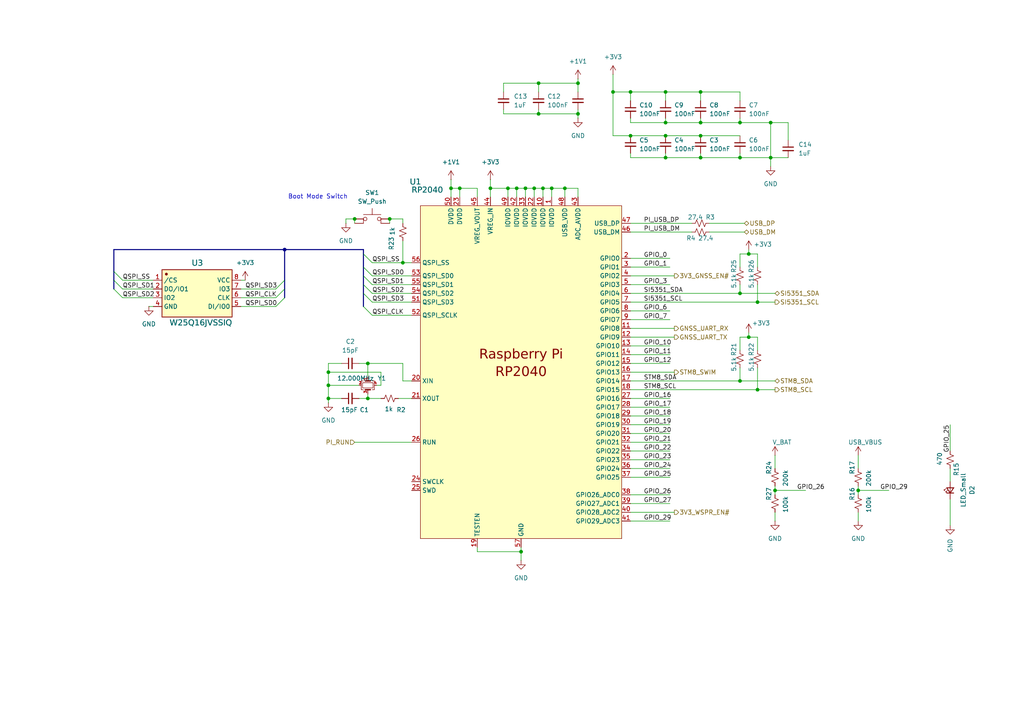
<source format=kicad_sch>
(kicad_sch (version 20250114) (generator "eeschema") (generator_version "9.0")
  (paper "A4")
  (lib_symbols
    (symbol "Device:C_Small" (pin_numbers (hide yes)) (pin_names (offset 0.254) (hide yes))
      (property "Reference" "C" (at 0.254 1.778 0))
      (property "Value" "C_Small" (at 0.254 -2.032 0))
      (symbol "C_Small_0_1"
        (polyline (pts (xy -1.524 0.508) (xy 1.524 0.508)) (stroke (width 0.3048)))
        (polyline (pts (xy -1.524 -0.508) (xy 1.524 -0.508)) (stroke (width 0.3302)))
      )
      (symbol "C_Small_1_1"
        (pin passive line (at 0 2.54 270) (length 2.032) (name "~") (number "1"))
        (pin passive line (at 0 -2.54 90) (length 2.032) (name "~") (number "2"))
      )
    )
    (symbol "Device:Crystal_GND24_Small" (pin_names (offset 1.016) (hide yes))
      (property "Reference" "Y" (at 1.27 4.445 0))
      (property "Value" "Crystal_GND24_Small" (at 1.27 2.54 0))
      (symbol "Crystal_GND24_Small_0_1"
        (polyline (pts (xy -1.27 1.27) (xy -1.27 1.905) (xy 1.27 1.905) (xy 1.27 1.27)))
        (polyline (pts (xy -1.27 -0.762) (xy -1.27 0.762)) (stroke (width 0.381)))
        (polyline (pts (xy -1.27 -1.27) (xy -1.27 -1.905) (xy 1.27 -1.905) (xy 1.27 -1.27)))
        (rectangle (start -0.762 -1.524) (end 0.762 1.524))
        (polyline (pts (xy 1.27 -0.762) (xy 1.27 0.762)) (stroke (width 0.381)))
      )
      (symbol "Crystal_GND24_Small_1_1"
        (pin passive line (at -2.54 0 0) (length 1.27) (name "1") (number "1"))
        (pin passive line (at 0 2.54 270) (length 0.635) (name "4") (number "4"))
        (pin passive line (at 0 -2.54 90) (length 0.635) (name "2") (number "2"))
        (pin passive line (at 2.54 0 180) (length 1.27) (name "3") (number "3"))
      )
    )
    (symbol "Device:LED_Small" (pin_numbers (hide yes)) (pin_names (offset 0.254) (hide yes))
      (property "Reference" "D" (at -1.27 3.175 0))
      (property "Value" "LED_Small" (at -4.445 -2.54 0))
      (symbol "LED_Small_0_1"
        (polyline (pts (xy -0.762 -1.016) (xy -0.762 1.016)) (stroke (width 0.254)))
        (polyline (pts (xy 0 0.762) (xy -0.508 1.27) (xy -0.254 1.27) (xy -0.508 1.27) (xy -0.508 1.016)))
        (polyline (pts (xy 0.508 1.27) (xy 0 1.778) (xy 0.254 1.778) (xy 0 1.778) (xy 0 1.524)))
        (polyline (pts (xy 0.762 -1.016) (xy -0.762 0) (xy 0.762 1.016) (xy 0.762 -1.016)) (stroke (width 0.254)))
        (polyline (pts (xy 1.016 0) (xy -0.762 0)))
      )
      (symbol "LED_Small_1_1"
        (pin passive line (at -2.54 0 0) (length 1.778) (name "K") (number "1"))
        (pin passive line (at 2.54 0 180) (length 1.778) (name "A") (number "2"))
      )
    )
    (symbol "Device:R_Small_US" (pin_numbers (hide yes)) (pin_names (offset 0.254) (hide yes))
      (property "Reference" "R" (at 0.762 0.508 0))
      (property "Value" "R_Small_US" (at 0.762 -1.016 0))
      (symbol "R_Small_US_1_1"
        (polyline (pts (xy 0 1.524) (xy 1.016 1.143) (xy 0 0.762) (xy -1.016 0.381) (xy 0 0)))
        (polyline (pts (xy 0 0) (xy 1.016 -0.381) (xy 0 -0.762) (xy -1.016 -1.143) (xy 0 -1.524)))
        (pin passive line (at 0 2.54 270) (length 1.016) (name "~") (number "1"))
        (pin passive line (at 0 -2.54 90) (length 1.016) (name "~") (number "2"))
      )
    )
    (symbol "RP2040"
      (property "Reference" "U1" (at -32.258 58.5851 0))
      (property "Value" "RP2040" (at -32.258 56.2991 0))
      (symbol "RP2040_0_0"
        (text "Raspberry Pi" (at 0 9.2849 0) (effects (font (size 2.7749 2.7749)) (justify top)))
        (text "RP2040" (at 0 4.2049 0) (effects (font (size 2.7749 2.7749)) (justify top)))
        (pin bidirectional line (at -31.75 34.29 0) (length 2.54) (name "QSPI_SS") (number "56"))
        (pin bidirectional line (at -31.75 30.48 0) (length 2.54) (name "QSPI_SD0") (number "53"))
        (pin bidirectional line (at -31.75 27.94 0) (length 2.54) (name "QSPI_SD1") (number "55"))
        (pin bidirectional line (at -31.75 25.4 0) (length 2.54) (name "QSPI_SD2") (number "54"))
        (pin bidirectional line (at -31.75 22.86 0) (length 2.54) (name "QSPI_SD3") (number "51"))
        (pin output line (at -31.75 19.05 0) (length 2.54) (name "QSPI_SCLK") (number "52"))
        (pin input line (at -31.75 0 0) (length 2.54) (name "XIN") (number "20"))
        (pin unspecified line (at -31.75 -5.08 0) (length 2.54) (name "XOUT") (number "21"))
        (pin input line (at -31.75 -17.78 0) (length 2.54) (name "RUN") (number "26"))
        (pin output line (at -31.75 -29.21 0) (length 2.54) (name "SWCLK") (number "24"))
        (pin bidirectional line (at -31.75 -31.75 0) (length 2.54) (name "SWD") (number "25"))
        (pin bidirectional line (at -20.32 53.34 270) (length 2.54) (name "DVDD") (number "50"))
        (pin bidirectional line (at -17.78 53.34 270) (length 2.54) (name "DVDD") (number "23"))
        (pin bidirectional line (at -12.7 53.34 270) (length 2.54) (name "VREG_VOUT") (number "45"))
        (pin unspecified line (at -12.7 -48.26 90) (length 2.54) (name "TESTEN") (number "19"))
        (pin bidirectional line (at -8.89 53.34 270) (length 2.54) (name "VREG_IN") (number "44"))
        (pin bidirectional line (at -3.81 53.34 270) (length 2.54) (name "IOVDD") (number "49"))
        (pin bidirectional line (at -1.27 53.34 270) (length 2.54) (name "IOVDD") (number "42"))
        (pin bidirectional line (at 0 -48.26 90) (length 2.54) (name "GND") (number "57"))
        (pin bidirectional line (at 1.27 53.34 270) (length 2.54) (name "IOVDD") (number "33"))
        (pin bidirectional line (at 3.81 53.34 270) (length 2.54) (name "IOVDD") (number "22"))
        (pin bidirectional line (at 6.35 53.34 270) (length 2.54) (name "IOVDD") (number "10"))
        (pin bidirectional line (at 8.89 53.34 270) (length 2.54) (name "IOVDD") (number "1"))
        (pin bidirectional line (at 12.7 53.34 270) (length 2.54) (name "USB_VDD") (number "48"))
        (pin bidirectional line (at 16.51 53.34 270) (length 2.54) (name "ADC_AVDD") (number "43"))
        (pin bidirectional line (at 31.75 45.72 180) (length 2.54) (name "USB_DP") (number "47"))
        (pin bidirectional line (at 31.75 43.18 180) (length 2.54) (name "USB_DM") (number "46"))
        (pin bidirectional line (at 31.75 35.56 180) (length 2.54) (name "GPIO0") (number "2"))
        (pin bidirectional line (at 31.75 33.02 180) (length 2.54) (name "GPIO1") (number "3"))
        (pin bidirectional line (at 31.75 30.48 180) (length 2.54) (name "GPIO2") (number "4"))
        (pin bidirectional line (at 31.75 27.94 180) (length 2.54) (name "GPIO3") (number "5"))
        (pin bidirectional line (at 31.75 25.4 180) (length 2.54) (name "GPIO4") (number "6"))
        (pin bidirectional line (at 31.75 22.86 180) (length 2.54) (name "GPIO5") (number "7"))
        (pin bidirectional line (at 31.75 20.32 180) (length 2.54) (name "GPIO6") (number "8"))
        (pin bidirectional line (at 31.75 17.78 180) (length 2.54) (name "GPIO7") (number "9"))
        (pin bidirectional line (at 31.75 15.24 180) (length 2.54) (name "GPIO8") (number "11"))
        (pin bidirectional line (at 31.75 12.7 180) (length 2.54) (name "GPIO9") (number "12"))
        (pin bidirectional line (at 31.75 10.16 180) (length 2.54) (name "GPIO10") (number "13"))
        (pin bidirectional line (at 31.75 7.62 180) (length 2.54) (name "GPIO11") (number "14"))
        (pin bidirectional line (at 31.75 5.08 180) (length 2.54) (name "GPIO12") (number "15"))
        (pin bidirectional line (at 31.75 2.54 180) (length 2.54) (name "GPIO13") (number "16"))
        (pin bidirectional line (at 31.75 0 180) (length 2.54) (name "GPIO14") (number "17"))
        (pin bidirectional line (at 31.75 -2.54 180) (length 2.54) (name "GPIO15") (number "18"))
        (pin bidirectional line (at 31.75 -5.08 180) (length 2.54) (name "GPIO16") (number "27"))
        (pin bidirectional line (at 31.75 -7.62 180) (length 2.54) (name "GPIO17") (number "28"))
        (pin bidirectional line (at 31.75 -10.16 180) (length 2.54) (name "GPIO18") (number "29"))
        (pin bidirectional line (at 31.75 -12.7 180) (length 2.54) (name "GPIO19") (number "30"))
        (pin bidirectional line (at 31.75 -15.24 180) (length 2.54) (name "GPIO20") (number "31"))
        (pin bidirectional line (at 31.75 -17.78 180) (length 2.54) (name "GPIO21") (number "32"))
        (pin bidirectional line (at 31.75 -20.32 180) (length 2.54) (name "GPIO22") (number "34"))
        (pin bidirectional line (at 31.75 -22.86 180) (length 2.54) (name "GPIO23") (number "35"))
        (pin bidirectional line (at 31.75 -25.4 180) (length 2.54) (name "GPIO24") (number "36"))
        (pin bidirectional line (at 31.75 -27.94 180) (length 2.54) (name "GPIO25") (number "37"))
        (pin bidirectional line (at 31.75 -33.02 180) (length 2.54) (name "GPIO26_ADC0") (number "38"))
        (pin bidirectional line (at 31.75 -35.56 180) (length 2.54) (name "GPIO27_ADC1") (number "39"))
        (pin bidirectional line (at 31.75 -38.1 180) (length 2.54) (name "GPIO28_ADC2") (number "40"))
        (pin bidirectional line (at 31.75 -40.64 180) (length 2.54) (name "GPIO29_ADC3") (number "41"))
      )
      (symbol "RP2040_1_1"
        (rectangle (start -29.21 50.8) (end 29.21 -45.72) (fill (type background)))
      )
    )
    (symbol "Switch:SW_Push" (pin_numbers (hide yes)) (pin_names (offset 1.016) (hide yes))
      (property "Reference" "SW1" (at 0 7.62 0))
      (property "Value" "SW_Push" (at 0 5.08 0))
      (symbol "SW_Push_0_1"
        (polyline (pts (xy -2.54 -1.27) (xy -2.54 0)))
        (circle (center -2.032 0) (radius 0.508))
        (polyline (pts (xy 0 1.27) (xy 0 3.048)))
        (circle (center 2.032 0) (radius 0.508))
        (polyline (pts (xy 2.54 1.27) (xy -2.54 1.27)))
        (polyline (pts (xy 2.54 -1.27) (xy 2.54 0)))
        (pin passive line (at -5.08 0 0) (length 2.54) (name "1") (number "1"))
        (pin passive line (at -5.08 -1.27 0) (length 2.54) (name "2") (number ""))
        (pin passive line (at 5.08 0 180) (length 2.54) (name "3") (number "3"))
        (pin passive line (at 5.08 -1.27 180) (length 2.54) (name "4") (number "4"))
      )
    )
    (symbol "W25Q16JVSSIQ"
      (property "Reference" "U3" (at -1.524 9.652 0))
      (property "Value" "W25Q16JVSSIQ" (at -8.382 -7.62 0))
      (symbol "W25Q16JVSSIQ_0_0"
        (circle (center -8.89 5.588) (radius 0.254) (stroke (width 0.254)) (fill (type outline)))
        (circle (center -8.89 5.588) (radius 0.254) (stroke (width 0.254)) (fill (type outline)))
        (pin unspecified line (at -12.7 3.81 0) (length 2.54) (name "/CS") (number "1"))
        (pin unspecified line (at -12.7 1.27 0) (length 2.54) (name "DO/IO1") (number "2"))
        (pin unspecified line (at -12.7 -1.27 0) (length 2.54) (name "IO2") (number "3"))
        (pin unspecified line (at -12.7 -3.81 0) (length 2.54) (name "GND") (number "4"))
        (pin unspecified line (at 12.7 3.81 180) (length 2.54) (name "VCC") (number "8"))
        (pin unspecified line (at 12.7 1.27 180) (length 2.54) (name "IO3") (number "7"))
        (pin unspecified line (at 12.7 -1.27 180) (length 2.54) (name "CLK") (number "6"))
        (pin unspecified line (at 12.7 -3.81 180) (length 2.54) (name "DI/IO0") (number "5"))
      )
      (symbol "W25Q16JVSSIQ_1_0"
        (rectangle (start -10.16 6.858) (end 10.16 -6.858) (stroke (width 0.254)) (fill (type background)))
      )
    )
    (symbol "power:+1V1" (power) (pin_numbers (hide yes)) (pin_names (offset 0) (hide yes))
      (property "Value" "+1V1" (at 0 3.556 0))
      (symbol "+1V1_0_1"
        (polyline (pts (xy -0.762 1.27) (xy 0 2.54)))
        (polyline (pts (xy 0 2.54) (xy 0.762 1.27)))
        (polyline (pts (xy 0 0) (xy 0 2.54)))
      )
      (symbol "+1V1_1_1"
        (pin power_in line (at 0 0 90) (length 0) (name "~") (number "1"))
      )
    )
    (symbol "power:+3.3V" (power) (pin_numbers (hide yes)) (pin_names (offset 0) (hide yes))
      (property "Value" "+3.3V" (at 0 3.556 0))
      (symbol "+3.3V_0_1"
        (polyline (pts (xy -0.762 1.27) (xy 0 2.54)))
        (polyline (pts (xy 0 2.54) (xy 0.762 1.27)))
        (polyline (pts (xy 0 0) (xy 0 2.54)))
      )
      (symbol "+3.3V_1_1"
        (pin power_in line (at 0 0 90) (length 0) (name "~") (number "1"))
      )
    )
    (symbol "power:GND" (power) (pin_numbers (hide yes)) (pin_names (offset 0) (hide yes))
      (property "Value" "GND" (at 0 -3.81 0))
      (symbol "GND_0_1"
        (polyline (pts (xy 0 0) (xy 0 -1.27) (xy 1.27 -1.27) (xy 0 -2.54) (xy -1.27 -1.27) (xy 0 -1.27)))
      )
      (symbol "GND_1_1"
        (pin power_in line (at 0 0 270) (length 0) (name "~") (number "1"))
      )
    )
  )
  (text "Boot Mode Switch" (at 92.202 57.15 0) (effects (font (size 1.27 1.27))))
  (junction (at 214.63 45.72))
  (junction (at 219.71 113.03))
  (junction (at 203.2 26.67))
  (junction (at 154.94 54.61))
  (junction (at 203.2 39.37))
  (junction (at 151.13 160.02))
  (junction (at 167.64 33.02))
  (junction (at 203.2 45.72))
  (junction (at 217.17 73.66))
  (junction (at 224.79 142.24))
  (junction (at 193.04 35.56))
  (junction (at 102.87 63.5))
  (junction (at 182.88 39.37))
  (junction (at 193.04 26.67))
  (junction (at 193.04 39.37))
  (junction (at 177.8 26.67))
  (junction (at 156.21 24.13))
  (junction (at 157.48 54.61))
  (junction (at 193.04 45.72))
  (junction (at 217.17 97.79))
  (junction (at 106.68 115.57))
  (junction (at 214.63 110.49))
  (junction (at 219.71 87.63))
  (junction (at 133.35 54.61))
  (junction (at 95.25 107.95))
  (junction (at 182.88 26.67))
  (junction (at 142.24 54.61))
  (junction (at 203.2 35.56))
  (junction (at 149.86 54.61))
  (junction (at 214.63 85.09))
  (junction (at 152.4 54.61))
  (junction (at 95.25 111.76))
  (junction (at 113.03 63.5))
  (junction (at 163.83 54.61))
  (junction (at 106.68 105.41))
  (junction (at 223.52 45.72))
  (junction (at 248.92 142.24))
  (junction (at 116.84 76.2))
  (junction (at 160.02 54.61))
  (junction (at 223.52 35.56))
  (junction (at 167.64 24.13))
  (junction (at 147.32 54.61))
  (junction (at 156.21 33.02))
  (junction (at 130.81 54.61))
  (junction (at 214.63 35.56))
  (junction (at 95.25 115.57))
  (junction (at 82.55 72.39))
  (bus_entry (at 80.01 86.36) (size 2.54 -2.54))
  (bus_entry (at 105.41 88.9) (size 2.54 2.54))
  (bus_entry (at 105.41 77.47) (size 2.54 2.54))
  (bus_entry (at 80.01 83.82) (size 2.54 -2.54))
  (bus_entry (at 105.41 73.66) (size 2.54 2.54))
  (bus_entry (at 35.56 81.28) (size -2.54 -2.54))
  (bus_entry (at 35.56 86.36) (size -2.54 -2.54))
  (bus_entry (at 105.41 85.09) (size 2.54 2.54))
  (bus_entry (at 35.56 83.82) (size -2.54 -2.54))
  (bus_entry (at 105.41 82.55) (size 2.54 2.54))
  (bus_entry (at 105.41 80.01) (size 2.54 2.54))
  (bus_entry (at 80.01 88.9) (size 2.54 -2.54))
  (wire (pts (xy 214.63 85.09) (xy 214.63 82.55)))
  (wire (pts (xy 95.25 115.57) (xy 95.25 116.84)))
  (wire (pts (xy 138.43 54.61) (xy 133.35 54.61)))
  (wire (pts (xy 167.64 24.13) (xy 167.64 26.67)))
  (wire (pts (xy 106.68 109.22) (xy 106.68 105.41)))
  (wire (pts (xy 182.88 95.25) (xy 195.58 95.25)))
  (wire (pts (xy 116.84 69.85) (xy 116.84 76.2)))
  (wire (pts (xy 146.05 26.67) (xy 146.05 24.13)))
  (wire (pts (xy 219.71 106.68) (xy 219.71 113.03)))
  (wire (pts (xy 100.33 63.5) (xy 102.87 63.5)))
  (wire (pts (xy 182.88 77.47) (xy 194.31 77.47)))
  (wire (pts (xy 182.88 110.49) (xy 214.63 110.49)))
  (wire (pts (xy 203.2 26.67) (xy 203.2 29.21)))
  (wire (pts (xy 44.45 88.9) (xy 43.18 88.9)))
  (wire (pts (xy 182.88 87.63) (xy 219.71 87.63)))
  (bus (pts (xy 105.41 73.66) (xy 105.41 72.39)))
  (wire (pts (xy 116.84 76.2) (xy 119.38 76.2)))
  (wire (pts (xy 152.4 54.61) (xy 152.4 57.15)))
  (wire (pts (xy 133.35 54.61) (xy 133.35 57.15)))
  (wire (pts (xy 193.04 35.56) (xy 193.04 34.29)))
  (wire (pts (xy 95.25 105.41) (xy 99.06 105.41)))
  (wire (pts (xy 116.84 63.5) (xy 116.84 64.77)))
  (wire (pts (xy 223.52 45.72) (xy 223.52 35.56)))
  (wire (pts (xy 182.88 128.27) (xy 194.31 128.27)))
  (wire (pts (xy 107.95 82.55) (xy 119.38 82.55)))
  (wire (pts (xy 138.43 158.75) (xy 138.43 160.02)))
  (wire (pts (xy 182.88 67.31) (xy 200.66 67.31)))
  (bus (pts (xy 105.41 85.09) (xy 105.41 82.55)))
  (wire (pts (xy 182.88 39.37) (xy 177.8 39.37)))
  (wire (pts (xy 147.32 54.61) (xy 149.86 54.61)))
  (wire (pts (xy 214.63 77.47) (xy 214.63 73.66)))
  (wire (pts (xy 109.22 111.76) (xy 110.49 111.76)))
  (wire (pts (xy 142.24 57.15) (xy 142.24 54.61)))
  (wire (pts (xy 156.21 33.02) (xy 156.21 31.75)))
  (wire (pts (xy 203.2 26.67) (xy 214.63 26.67)))
  (wire (pts (xy 35.56 81.28) (xy 44.45 81.28)))
  (wire (pts (xy 116.84 105.41) (xy 116.84 110.49)))
  (wire (pts (xy 182.88 80.01) (xy 195.58 80.01)))
  (wire (pts (xy 214.63 97.79) (xy 217.17 97.79)))
  (bus (pts (xy 105.41 88.9) (xy 105.41 85.09)))
  (wire (pts (xy 154.94 54.61) (xy 157.48 54.61)))
  (wire (pts (xy 182.88 39.37) (xy 193.04 39.37)))
  (bus (pts (xy 82.55 72.39) (xy 82.55 81.28)))
  (wire (pts (xy 182.88 133.35) (xy 194.31 133.35)))
  (wire (pts (xy 156.21 24.13) (xy 167.64 24.13)))
  (wire (pts (xy 116.84 110.49) (xy 119.38 110.49)))
  (wire (pts (xy 182.88 143.51) (xy 194.31 143.51)))
  (wire (pts (xy 152.4 54.61) (xy 154.94 54.61)))
  (wire (pts (xy 107.95 85.09) (xy 119.38 85.09)))
  (wire (pts (xy 95.25 105.41) (xy 95.25 107.95)))
  (wire (pts (xy 157.48 54.61) (xy 157.48 57.15)))
  (wire (pts (xy 203.2 45.72) (xy 203.2 44.45)))
  (wire (pts (xy 193.04 45.72) (xy 193.04 44.45)))
  (wire (pts (xy 182.88 92.71) (xy 194.31 92.71)))
  (wire (pts (xy 224.79 148.59) (xy 224.79 151.13)))
  (wire (pts (xy 217.17 97.79) (xy 219.71 97.79)))
  (wire (pts (xy 217.17 73.66) (xy 219.71 73.66)))
  (bus (pts (xy 82.55 81.28) (xy 82.55 83.82)))
  (wire (pts (xy 100.33 64.77) (xy 100.33 63.5)))
  (bus (pts (xy 105.41 80.01) (xy 105.41 77.47)))
  (wire (pts (xy 102.87 63.5) (xy 102.87 64.77)))
  (bus (pts (xy 33.02 72.39) (xy 82.55 72.39)))
  (wire (pts (xy 104.14 105.41) (xy 106.68 105.41)))
  (wire (pts (xy 203.2 45.72) (xy 214.63 45.72)))
  (wire (pts (xy 193.04 26.67) (xy 203.2 26.67)))
  (wire (pts (xy 205.74 64.77) (xy 215.9 64.77)))
  (wire (pts (xy 203.2 35.56) (xy 214.63 35.56)))
  (wire (pts (xy 214.63 110.49) (xy 214.63 106.68)))
  (wire (pts (xy 156.21 33.02) (xy 167.64 33.02)))
  (wire (pts (xy 182.88 107.95) (xy 195.58 107.95)))
  (wire (pts (xy 219.71 73.66) (xy 219.71 77.47)))
  (wire (pts (xy 214.63 73.66) (xy 217.17 73.66)))
  (wire (pts (xy 205.74 67.31) (xy 215.9 67.31)))
  (wire (pts (xy 182.88 130.81) (xy 194.31 130.81)))
  (wire (pts (xy 95.25 111.76) (xy 104.14 111.76)))
  (wire (pts (xy 167.64 33.02) (xy 167.64 34.29)))
  (wire (pts (xy 163.83 54.61) (xy 163.83 57.15)))
  (wire (pts (xy 138.43 160.02) (xy 151.13 160.02)))
  (wire (pts (xy 219.71 87.63) (xy 219.71 82.55)))
  (wire (pts (xy 214.63 101.6) (xy 214.63 97.79)))
  (wire (pts (xy 182.88 85.09) (xy 214.63 85.09)))
  (wire (pts (xy 214.63 45.72) (xy 214.63 44.45)))
  (wire (pts (xy 219.71 87.63) (xy 224.79 87.63)))
  (wire (pts (xy 163.83 54.61) (xy 167.64 54.61)))
  (wire (pts (xy 160.02 54.61) (xy 163.83 54.61)))
  (wire (pts (xy 69.85 83.82) (xy 80.01 83.82)))
  (wire (pts (xy 193.04 35.56) (xy 203.2 35.56)))
  (wire (pts (xy 110.49 115.57) (xy 106.68 115.57)))
  (wire (pts (xy 35.56 83.82) (xy 44.45 83.82)))
  (wire (pts (xy 182.88 64.77) (xy 200.66 64.77)))
  (wire (pts (xy 182.88 34.29) (xy 182.88 35.56)))
  (wire (pts (xy 224.79 142.24) (xy 233.68 142.24)))
  (wire (pts (xy 102.87 128.27) (xy 119.38 128.27)))
  (wire (pts (xy 275.59 144.78) (xy 275.59 152.4)))
  (wire (pts (xy 146.05 31.75) (xy 146.05 33.02)))
  (wire (pts (xy 214.63 26.67) (xy 214.63 29.21)))
  (wire (pts (xy 69.85 81.28) (xy 71.12 81.28)))
  (wire (pts (xy 182.88 138.43) (xy 194.31 138.43)))
  (wire (pts (xy 167.64 22.86) (xy 167.64 24.13)))
  (wire (pts (xy 203.2 39.37) (xy 214.63 39.37)))
  (wire (pts (xy 182.88 100.33) (xy 194.31 100.33)))
  (wire (pts (xy 248.92 140.97) (xy 248.92 142.24)))
  (wire (pts (xy 182.88 74.93) (xy 194.31 74.93)))
  (wire (pts (xy 219.71 113.03) (xy 224.79 113.03)))
  (wire (pts (xy 160.02 54.61) (xy 157.48 54.61)))
  (wire (pts (xy 177.8 39.37) (xy 177.8 26.67)))
  (wire (pts (xy 193.04 39.37) (xy 203.2 39.37)))
  (wire (pts (xy 130.81 52.07) (xy 130.81 54.61)))
  (bus (pts (xy 33.02 81.28) (xy 33.02 83.82)))
  (wire (pts (xy 224.79 140.97) (xy 224.79 142.24)))
  (wire (pts (xy 99.06 115.57) (xy 95.25 115.57)))
  (wire (pts (xy 138.43 57.15) (xy 138.43 54.61)))
  (wire (pts (xy 106.68 105.41) (xy 116.84 105.41)))
  (wire (pts (xy 69.85 88.9) (xy 80.01 88.9)))
  (wire (pts (xy 104.14 115.57) (xy 106.68 115.57)))
  (wire (pts (xy 151.13 160.02) (xy 151.13 162.56)))
  (bus (pts (xy 33.02 72.39) (xy 33.02 78.74)))
  (wire (pts (xy 130.81 57.15) (xy 130.81 54.61)))
  (bus (pts (xy 105.41 82.55) (xy 105.41 80.01)))
  (wire (pts (xy 182.88 44.45) (xy 182.88 45.72)))
  (wire (pts (xy 224.79 142.24) (xy 224.79 143.51)))
  (wire (pts (xy 35.56 86.36) (xy 44.45 86.36)))
  (wire (pts (xy 146.05 33.02) (xy 156.21 33.02)))
  (wire (pts (xy 275.59 135.89) (xy 275.59 139.7)))
  (wire (pts (xy 149.86 54.61) (xy 152.4 54.61)))
  (wire (pts (xy 107.95 80.01) (xy 119.38 80.01)))
  (wire (pts (xy 182.88 120.65) (xy 194.31 120.65)))
  (wire (pts (xy 224.79 132.08) (xy 224.79 135.89)))
  (wire (pts (xy 182.88 26.67) (xy 182.88 29.21)))
  (wire (pts (xy 214.63 110.49) (xy 224.79 110.49)))
  (wire (pts (xy 203.2 35.56) (xy 203.2 34.29)))
  (wire (pts (xy 110.49 107.95) (xy 95.25 107.95)))
  (wire (pts (xy 69.85 86.36) (xy 80.01 86.36)))
  (wire (pts (xy 182.88 146.05) (xy 194.31 146.05)))
  (wire (pts (xy 106.68 115.57) (xy 106.68 114.3)))
  (wire (pts (xy 182.88 26.67) (xy 193.04 26.67)))
  (wire (pts (xy 275.59 123.19) (xy 275.59 130.81)))
  (wire (pts (xy 182.88 118.11) (xy 194.31 118.11)))
  (wire (pts (xy 223.52 45.72) (xy 228.6 45.72)))
  (wire (pts (xy 182.88 90.17) (xy 194.31 90.17)))
  (wire (pts (xy 142.24 54.61) (xy 147.32 54.61)))
  (wire (pts (xy 154.94 54.61) (xy 154.94 57.15)))
  (wire (pts (xy 113.03 63.5) (xy 113.03 64.77)))
  (wire (pts (xy 113.03 63.5) (xy 116.84 63.5)))
  (wire (pts (xy 182.88 115.57) (xy 194.31 115.57)))
  (bus (pts (xy 33.02 78.74) (xy 33.02 81.28)))
  (wire (pts (xy 182.88 151.13) (xy 194.31 151.13)))
  (wire (pts (xy 193.04 26.67) (xy 193.04 29.21)))
  (wire (pts (xy 146.05 24.13) (xy 156.21 24.13)))
  (wire (pts (xy 219.71 97.79) (xy 219.71 101.6)))
  (wire (pts (xy 182.88 148.59) (xy 195.58 148.59)))
  (wire (pts (xy 107.95 91.44) (xy 119.38 91.44)))
  (wire (pts (xy 182.88 105.41) (xy 194.31 105.41)))
  (wire (pts (xy 182.88 45.72) (xy 193.04 45.72)))
  (wire (pts (xy 182.88 102.87) (xy 194.31 102.87)))
  (wire (pts (xy 107.95 76.2) (xy 116.84 76.2)))
  (wire (pts (xy 248.92 148.59) (xy 248.92 151.13)))
  (wire (pts (xy 142.24 52.07) (xy 142.24 54.61)))
  (wire (pts (xy 223.52 35.56) (xy 214.63 35.56)))
  (wire (pts (xy 167.64 54.61) (xy 167.64 57.15)))
  (wire (pts (xy 248.92 132.08) (xy 248.92 135.89)))
  (wire (pts (xy 147.32 57.15) (xy 147.32 54.61)))
  (wire (pts (xy 167.64 33.02) (xy 167.64 31.75)))
  (wire (pts (xy 182.88 125.73) (xy 194.31 125.73)))
  (wire (pts (xy 160.02 57.15) (xy 160.02 54.61)))
  (bus (pts (xy 82.55 83.82) (xy 82.55 86.36)))
  (wire (pts (xy 95.25 107.95) (xy 95.25 111.76)))
  (wire (pts (xy 193.04 45.72) (xy 203.2 45.72)))
  (wire (pts (xy 182.88 35.56) (xy 193.04 35.56)))
  (wire (pts (xy 217.17 72.39) (xy 217.17 73.66)))
  (wire (pts (xy 248.92 142.24) (xy 248.92 143.51)))
  (wire (pts (xy 228.6 35.56) (xy 223.52 35.56)))
  (wire (pts (xy 182.88 82.55) (xy 194.31 82.55)))
  (wire (pts (xy 156.21 26.67) (xy 156.21 24.13)))
  (bus (pts (xy 105.41 77.47) (xy 105.41 73.66)))
  (wire (pts (xy 182.88 123.19) (xy 194.31 123.19)))
  (wire (pts (xy 248.92 142.24) (xy 257.81 142.24)))
  (wire (pts (xy 151.13 158.75) (xy 151.13 160.02)))
  (wire (pts (xy 182.88 97.79) (xy 195.58 97.79)))
  (wire (pts (xy 177.8 21.59) (xy 177.8 26.67)))
  (wire (pts (xy 107.95 87.63) (xy 119.38 87.63)))
  (wire (pts (xy 177.8 26.67) (xy 182.88 26.67)))
  (wire (pts (xy 217.17 96.52) (xy 217.17 97.79)))
  (wire (pts (xy 223.52 45.72) (xy 223.52 48.26)))
  (wire (pts (xy 115.57 115.57) (xy 119.38 115.57)))
  (wire (pts (xy 214.63 85.09) (xy 224.79 85.09)))
  (wire (pts (xy 214.63 35.56) (xy 214.63 34.29)))
  (wire (pts (xy 214.63 45.72) (xy 223.52 45.72)))
  (wire (pts (xy 149.86 54.61) (xy 149.86 57.15)))
  (wire (pts (xy 182.88 113.03) (xy 219.71 113.03)))
  (wire (pts (xy 228.6 40.64) (xy 228.6 35.56)))
  (wire (pts (xy 110.49 111.76) (xy 110.49 107.95)))
  (wire (pts (xy 182.88 135.89) (xy 194.31 135.89)))
  (wire (pts (xy 95.25 115.57) (xy 95.25 111.76)))
  (wire (pts (xy 130.81 54.61) (xy 133.35 54.61)))
  (bus (pts (xy 82.55 72.39) (xy 105.41 72.39)))
  (label "GPIO_12" (at 186.69 105.41 0))
  (label "QSPI_SD1" (at 107.95 82.55 0))
  (label "QSPI_SD0" (at 71.12 88.9 0))
  (label "GPIO_26" (at 186.69 143.51 0))
  (label "GPIO_7" (at 186.69 92.71 0))
  (label "PI_USB_DM" (at 186.69 67.31 0))
  (label "STM8_SDA" (at 186.69 110.49 0))
  (label "GPIO_23" (at 186.69 133.35 0))
  (label "QSPI_SS" (at 107.95 76.2 0))
  (label "STM8_SCL" (at 186.69 113.03 0))
  (label "QSPI_SD3" (at 107.95 87.63 0))
  (label "GPIO_20" (at 186.69 125.73 0))
  (label "GPIO_25" (at 275.59 123.19 270))
  (label "GPIO_24" (at 186.69 135.89 0))
  (label "GPIO_22" (at 186.69 130.81 0))
  (label "GPIO_19" (at 186.69 123.19 0))
  (label "QSPI_SS" (at 35.56 81.28 0))
  (label "GPIO_21" (at 186.69 128.27 0))
  (label "GPIO_26" (at 231.14 142.24 0))
  (label "GPIO_18" (at 186.69 120.65 0))
  (label "SI5351_SCL" (at 186.69 87.63 0))
  (label "GPIO_25" (at 186.69 138.43 0))
  (label "SI5351_SDA" (at 186.69 85.09 0))
  (label "QSPI_SD1" (at 35.56 83.82 0))
  (label "GPIO_6" (at 186.69 90.17 0))
  (label "GPIO_29" (at 186.69 151.13 0))
  (label "GPIO_17" (at 186.69 118.11 0))
  (label "QSPI_SD3" (at 71.12 83.82 0))
  (label "QSPI_SD2" (at 107.95 85.09 0))
  (label "QSPI_CLK" (at 107.95 91.44 0))
  (label "GPIO_3" (at 186.69 82.55 0))
  (label "GPIO_0" (at 186.69 74.93 0))
  (label "GPIO_10" (at 186.69 100.33 0))
  (label "QSPI_SD0" (at 107.95 80.01 0))
  (label "QSPI_SD2" (at 35.56 86.36 0))
  (label "GPIO_1" (at 186.69 77.47 0))
  (label "GPIO_27" (at 186.69 146.05 0))
  (label "GPIO_16" (at 186.69 115.57 0))
  (label "QSPI_CLK" (at 71.12 86.36 0))
  (label "GPIO_29" (at 255.27 142.24 0))
  (label "GPIO_11" (at 186.69 102.87 0))
  (label "PI_USB_DP" (at 186.69 64.77 0))
  (hierarchical_label "3V3_GNSS_EN#" (shape output) (at 195.58 80.01 0))
  (hierarchical_label "SI5351_SDA" (shape bidirectional) (at 224.79 85.09 0))
  (hierarchical_label "STM8_SDA" (shape bidirectional) (at 224.79 110.49 0))
  (hierarchical_label "STM8_SWIM" (shape output) (at 195.58 107.95 0))
  (hierarchical_label "USB_DM" (shape bidirectional) (at 215.9 67.31 0))
  (hierarchical_label "USB_DP" (shape bidirectional) (at 215.9 64.77 0))
  (hierarchical_label "3V3_WSPR_EN#" (shape output) (at 195.58 148.59 0))
  (hierarchical_label "GNSS_UART_RX" (shape output) (at 195.58 95.25 0))
  (hierarchical_label "GNSS_UART_TX" (shape output) (at 195.58 97.79 0))
  (hierarchical_label "PI_RUN" (shape input) (at 102.87 128.27 180))
  (hierarchical_label "STM8_SCL" (shape output) (at 224.79 113.03 0))
  (hierarchical_label "SI5351_SCL" (shape output) (at 224.79 87.63 0))
  (symbol (lib_id "Device:R_Small_US") (at 203.2 67.31 270) (unit 1)
    (property "Reference" "R4" (at 200.406 69.088 90))
    (property "Value" "27.4" (at 204.724 69.088 90))
    (property "Footprint" "Resistor_SMD:R_0402_1005Metric" (effects (hide yes)))
    (property "Description" "Resistor, small US symbol" (effects (hide yes)))
  )
  (symbol (lib_id "Device:C_Small") (at 156.21 29.21 0) (unit 1)
    (property "Reference" "C12" (at 158.75 27.9462 0) (effects (justify left)))
    (property "Value" "100nF" (at 158.75 30.4862 0) (effects (justify left)))
    (property "Footprint" "Capacitor_SMD:C_0402_1005Metric" (effects (hide yes)))
    (property "Description" "Unpolarized capacitor, small symbol" (effects (hide yes)))
  )
  (symbol (lib_id "Device:C_Small") (at 214.63 41.91 0) (unit 1)
    (property "Reference" "C6" (at 217.17 40.6462 0) (effects (justify left)))
    (property "Value" "100nF" (at 217.17 43.1862 0) (effects (justify left)))
    (property "Footprint" "Capacitor_SMD:C_0402_1005Metric" (effects (hide yes)))
    (property "Description" "Unpolarized capacitor, small symbol" (effects (hide yes)))
  )
  (symbol (lib_id "power:+3.3V") (at 71.12 81.28 0) (unit 1)
    (property "Reference" "#PWR010" (effects (hide yes)))
    (property "Value" "+3V3" (at 71.12 76.2 0))
    (property "Description" "Power symbol creates a global label with name \"+3.3V\"" (effects (hide yes)))
  )
  (symbol (lib_id "Device:R_Small_US") (at 248.92 146.05 180) (unit 1)
    (property "Reference" "R16" (at 247.142 143.256 90))
    (property "Value" "100k" (at 251.968 146.304 90))
    (property "Footprint" "Resistor_SMD:R_0402_1005Metric" (effects (hide yes)))
    (property "Description" "Resistor, small US symbol" (effects (hide yes)))
  )
  (symbol (lib_id "W25Q16JVSSIQ") (at 57.15 85.09 0) (unit 1)
    (property "Reference" "U3" (at 55.626 75.438 0) (effects (font (size 1.6891 1.6891)) (justify left top)))
    (property "Value" "W25Q16JVSSIQ" (at 48.768 92.71 0) (effects (font (size 1.6891 1.6891)) (justify left top)))
    (property "Footprint" "Package_SON:Winbond_USON-8-1EP_3x2mm_P0.5mm_EP0.2x1.6mm" (effects (hide yes)))
    (property "Manufacturer Part" "W25Q16JVSSIQ" (effects (hide yes)))
    (property "Manufacturer" "WINBOND(华邦)" (effects (hide yes)))
    (property "Supplier Part" "C82317" (effects (hide yes)))
    (property "Supplier" "LCSC" (effects (hide yes)))
  )
  (symbol (lib_id "power:GND") (at 151.13 162.56 0) (unit 1)
    (property "Reference" "#PWR013" (effects (hide yes)))
    (property "Value" "GND" (at 151.13 167.64 0))
    (property "Description" "Power symbol creates a global label with name \"GND\" , ground" (effects (hide yes)))
  )
  (symbol (lib_id "power:GND") (at 100.33 64.77 0) (unit 1)
    (property "Reference" "#PWR047" (effects (hide yes)))
    (property "Value" "GND" (at 100.33 69.85 0))
    (property "Description" "Power symbol creates a global label with name \"GND\" , ground" (effects (hide yes)))
  )
  (symbol (lib_id "power:GND") (at 223.52 48.26 0) (unit 1)
    (property "Reference" "#PWR021" (effects (hide yes)))
    (property "Value" "GND" (at 223.52 53.34 0))
    (property "Description" "Power symbol creates a global label with name \"GND\" , ground" (effects (hide yes)))
  )
  (symbol (lib_id "power:GND") (at 95.25 116.84 0) (unit 1)
    (property "Reference" "#PWR012" (effects (hide yes)))
    (property "Value" "GND" (at 95.25 121.92 0))
    (property "Description" "Power symbol creates a global label with name \"GND\" , ground" (effects (hide yes)))
  )
  (symbol (lib_id "power:+3.3V") (at 217.17 96.52 0) (unit 1)
    (property "Reference" "#PWR049" (effects (hide yes)))
    (property "Value" "+3V3" (at 220.726 93.726 0))
    (property "Description" "Power symbol creates a global label with name \"+3.3V\"" (effects (hide yes)))
  )
  (symbol (lib_id "Device:C_Small") (at 193.04 31.75 0) (unit 1)
    (property "Reference" "C9" (at 195.58 30.4862 0) (effects (justify left)))
    (property "Value" "100nF" (at 195.58 33.0262 0) (effects (justify left)))
    (property "Footprint" "Capacitor_SMD:C_0402_1005Metric" (effects (hide yes)))
    (property "Description" "Unpolarized capacitor, small symbol" (effects (hide yes)))
  )
  (symbol (lib_id "Device:Crystal_GND24_Small") (at 106.68 111.76 270) (unit 1)
    (property "Reference" "Y1" (at 110.744 109.728 90))
    (property "Value" "12.000MHz" (at 103.124 109.728 90))
    (property "Description" "Four pin crystal, GND on pins 2 and 4, small symbol" (effects (hide yes)))
  )
  (symbol (lib_id "Device:R_Small_US") (at 214.63 104.14 180) (unit 1)
    (property "Reference" "R21" (at 212.852 101.346 90))
    (property "Value" "5.1k" (at 212.852 105.664 90))
    (property "Footprint" "Resistor_SMD:R_0402_1005Metric" (effects (hide yes)))
    (property "Description" "Resistor, small US symbol" (effects (hide yes)))
  )
  (symbol (lib_id "Device:R_Small_US") (at 113.03 115.57 90) (unit 1)
    (property "Reference" "R2" (at 116.332 118.872 90))
    (property "Value" "1k" (at 112.776 118.618 90))
    (property "Footprint" "Resistor_SMD:R_0402_1005Metric" (effects (hide yes)))
    (property "Description" "Resistor, small US symbol" (effects (hide yes)))
  )
  (symbol (lib_id "Device:C_Small") (at 193.04 41.91 0) (unit 1)
    (property "Reference" "C4" (at 195.58 40.6462 0) (effects (justify left)))
    (property "Value" "100nF" (at 195.58 43.1862 0) (effects (justify left)))
    (property "Footprint" "Capacitor_SMD:C_0402_1005Metric" (effects (hide yes)))
    (property "Description" "Unpolarized capacitor, small symbol" (effects (hide yes)))
  )
  (symbol (lib_id "Device:C_Small") (at 101.6 115.57 90) (unit 1)
    (property "Reference" "C1" (at 105.664 118.872 90))
    (property "Value" "15pF" (at 101.346 118.872 90))
    (property "Footprint" "Capacitor_SMD:C_0402_1005Metric" (effects (hide yes)))
    (property "Description" "Unpolarized capacitor, small symbol" (effects (hide yes)))
  )
  (symbol (lib_id "power:+3.3V") (at 177.8 21.59 0) (unit 1)
    (property "Reference" "#PWR020" (effects (hide yes)))
    (property "Value" "+3V3" (at 177.8 16.51 0))
    (property "Description" "Power symbol creates a global label with name \"+3.3V\"" (effects (hide yes)))
  )
  (symbol (lib_id "power:+1V1") (at 167.64 22.86 0) (unit 1)
    (property "Reference" "#PWR022" (effects (hide yes)))
    (property "Value" "+1V1" (at 167.64 17.78 0))
    (property "Description" "Power symbol creates a global label with name \"+1V1\"" (effects (hide yes)))
  )
  (symbol (lib_id "power:+3.3V") (at 248.92 132.08 0) (unit 1)
    (property "Reference" "#PWR040" (effects (hide yes)))
    (property "Value" "USB_VBUS" (at 250.952 128.27 0))
    (property "Description" "Power symbol creates a global label with name \"+3.3V\"" (effects (hide yes)))
  )
  (symbol (lib_id "Device:LED_Small") (at 275.59 142.24 90) (unit 1)
    (property "Reference" "D2" (at 281.94 142.1765 0))
    (property "Value" "LED_Small" (at 279.4 142.1765 0))
    (property "Description" "Light emitting diode, small symbol" (effects (hide yes)))
    (property "Sim.Pin" "1=K 2=A" (effects (hide yes)))
  )
  (symbol (lib_id "Device:C_Small") (at 228.6 43.18 0) (unit 1)
    (property "Reference" "C14" (at 231.573 41.9162 0) (effects (justify left)))
    (property "Value" "1uF" (at 231.573 44.4562 0) (effects (justify left)))
    (property "Footprint" "Capacitor_SMD:C_0402_1005Metric" (effects (hide yes)))
    (property "Description" "Unpolarized capacitor, small symbol" (effects (hide yes)))
  )
  (symbol (lib_id "power:+3.3V") (at 142.24 52.07 0) (unit 1)
    (property "Reference" "#PWR014" (effects (hide yes)))
    (property "Value" "+3V3" (at 142.24 46.99 0))
    (property "Description" "Power symbol creates a global label with name \"+3.3V\"" (effects (hide yes)))
  )
  (symbol (lib_id "Device:C_Small") (at 203.2 41.91 0) (unit 1)
    (property "Reference" "C3" (at 205.74 40.6462 0) (effects (justify left)))
    (property "Value" "100nF" (at 205.74 43.1862 0) (effects (justify left)))
    (property "Footprint" "Capacitor_SMD:C_0402_1005Metric" (effects (hide yes)))
    (property "Description" "Unpolarized capacitor, small symbol" (effects (hide yes)))
  )
  (symbol (lib_id "RP2040") (at 151.13 110.49 0) (unit 1)
    (property "Reference" "U1" (at 118.872 51.9049 0) (effects (font (size 1.6891 1.6891)) (justify left top)))
    (property "Value" "RP2040" (at 118.872 54.1909 0) (effects (font (size 1.6891 1.6891)) (justify left top)))
    (property "Footprint" "JetBoard:LQFN-56_L7.0-W7.0-P0.4-EP" (effects (hide yes)))
    (property "Manufacturer Part" "RP2040" (effects (hide yes)))
    (property "Manufacturer" "Raspberry Pi(树莓派)" (effects (hide yes)))
    (property "Supplier Part" "C2040" (effects (hide yes)))
    (property "Supplier" "LCSC" (effects (hide yes)))
  )
  (symbol (lib_id "power:GND") (at 275.59 152.4 0) (unit 1)
    (property "Reference" "#PWR038" (effects (hide yes)))
    (property "Value" "GND" (at 275.5901 156.21 90) (effects (justify right)))
    (property "Description" "Power symbol creates a global label with name \"GND\" , ground" (effects (hide yes)))
  )
  (symbol (lib_id "power:+3.3V") (at 224.79 132.08 0) (unit 1)
    (property "Reference" "#PWR055" (effects (hide yes)))
    (property "Value" "V_BAT" (at 226.822 128.27 0))
    (property "Description" "Power symbol creates a global label with name \"+3.3V\"" (effects (hide yes)))
  )
  (symbol (lib_id "Switch:SW_Push") (at 107.95 63.5 0) (unit 1)
    (property "Reference" "SW1" (at 107.95 55.88 0))
    (property "Value" "SW_Push" (at 107.95 58.42 0))
    (property "Footprint" "Button_Switch_SMD:SW_SPST_PTS810" (effects (hide yes)))
    (property "Description" "Push button switch, generic, two pins" (effects (hide yes)))
  )
  (symbol (lib_id "Device:R_Small_US") (at 248.92 138.43 180) (unit 1)
    (property "Reference" "R17" (at 247.142 135.636 90))
    (property "Value" "200k" (at 251.968 138.684 90))
    (property "Footprint" "Resistor_SMD:R_0402_1005Metric" (effects (hide yes)))
    (property "Description" "Resistor, small US symbol" (effects (hide yes)))
  )
  (symbol (lib_id "Device:R_Small_US") (at 203.2 64.77 90) (unit 1)
    (property "Reference" "R3" (at 205.994 62.992 90))
    (property "Value" "27.4" (at 201.676 62.992 90))
    (property "Footprint" "Resistor_SMD:R_0402_1005Metric" (effects (hide yes)))
    (property "Description" "Resistor, small US symbol" (effects (hide yes)))
  )
  (symbol (lib_id "power:+1V1") (at 130.81 52.07 0) (unit 1)
    (property "Reference" "#PWR015" (effects (hide yes)))
    (property "Value" "+1V1" (at 130.81 46.99 0))
    (property "Description" "Power symbol creates a global label with name \"+1V1\"" (effects (hide yes)))
  )
  (symbol (lib_id "Device:R_Small_US") (at 219.71 104.14 180) (unit 1)
    (property "Reference" "R22" (at 217.932 101.346 90))
    (property "Value" "5.1k" (at 217.932 105.664 90))
    (property "Footprint" "Resistor_SMD:R_0402_1005Metric" (effects (hide yes)))
    (property "Description" "Resistor, small US symbol" (effects (hide yes)))
  )
  (symbol (lib_id "Device:C_Small") (at 203.2 31.75 0) (unit 1)
    (property "Reference" "C8" (at 205.74 30.4862 0) (effects (justify left)))
    (property "Value" "100nF" (at 205.74 33.0262 0) (effects (justify left)))
    (property "Footprint" "Capacitor_SMD:C_0402_1005Metric" (effects (hide yes)))
    (property "Description" "Unpolarized capacitor, small symbol" (effects (hide yes)))
  )
  (symbol (lib_id "Device:R_Small_US") (at 214.63 80.01 180) (unit 1)
    (property "Reference" "R25" (at 212.852 77.216 90))
    (property "Value" "5.1k" (at 212.852 81.534 90))
    (property "Footprint" "Resistor_SMD:R_0402_1005Metric" (effects (hide yes)))
    (property "Description" "Resistor, small US symbol" (effects (hide yes)))
  )
  (symbol (lib_id "Device:R_Small_US") (at 224.79 138.43 180) (unit 1)
    (property "Reference" "R24" (at 223.012 135.636 90))
    (property "Value" "200k" (at 227.838 138.684 90))
    (property "Footprint" "Resistor_SMD:R_0402_1005Metric" (effects (hide yes)))
    (property "Description" "Resistor, small US symbol" (effects (hide yes)))
  )
  (symbol (lib_id "power:GND") (at 248.92 151.13 0) (unit 1)
    (property "Reference" "#PWR039" (effects (hide yes)))
    (property "Value" "GND" (at 248.92 156.21 0))
    (property "Description" "Power symbol creates a global label with name \"GND\" , ground" (effects (hide yes)))
  )
  (symbol (lib_id "Device:R_Small_US") (at 224.79 146.05 180) (unit 1)
    (property "Reference" "R27" (at 223.012 143.256 90))
    (property "Value" "100k" (at 227.838 146.304 90))
    (property "Footprint" "Resistor_SMD:R_0402_1005Metric" (effects (hide yes)))
    (property "Description" "Resistor, small US symbol" (effects (hide yes)))
  )
  (symbol (lib_id "Device:R_Small_US") (at 219.71 80.01 180) (unit 1)
    (property "Reference" "R26" (at 217.932 77.216 90))
    (property "Value" "5.1k" (at 217.932 81.534 90))
    (property "Footprint" "Resistor_SMD:R_0402_1005Metric" (effects (hide yes)))
    (property "Description" "Resistor, small US symbol" (effects (hide yes)))
  )
  (symbol (lib_id "power:GND") (at 167.64 34.29 0) (unit 1)
    (property "Reference" "#PWR023" (effects (hide yes)))
    (property "Value" "GND" (at 167.64 39.37 0))
    (property "Description" "Power symbol creates a global label with name \"GND\" , ground" (effects (hide yes)))
  )
  (symbol (lib_id "Device:R_Small_US") (at 116.84 67.31 0) (unit 1)
    (property "Reference" "R23" (at 113.538 70.612 90))
    (property "Value" "1k" (at 113.792 67.056 90))
    (property "Footprint" "Resistor_SMD:R_0402_1005Metric" (effects (hide yes)))
    (property "Description" "Resistor, small US symbol" (effects (hide yes)))
  )
  (symbol (lib_id "power:+3.3V") (at 217.17 72.39 0) (unit 1)
    (property "Reference" "#PWR052" (effects (hide yes)))
    (property "Value" "+3V3" (at 221.234 70.866 0))
    (property "Description" "Power symbol creates a global label with name \"+3.3V\"" (effects (hide yes)))
  )
  (symbol (lib_id "power:GND") (at 43.18 88.9 0) (unit 1)
    (property "Reference" "#PWR011" (effects (hide yes)))
    (property "Value" "GND" (at 43.18 93.98 0))
    (property "Description" "Power symbol creates a global label with name \"GND\" , ground" (effects (hide yes)))
  )
  (symbol (lib_id "Device:C_Small") (at 101.6 105.41 90) (unit 1)
    (property "Reference" "C2" (at 101.6063 99.06 90))
    (property "Value" "15pF" (at 101.6063 101.6 90))
    (property "Footprint" "Capacitor_SMD:C_0402_1005Metric" (effects (hide yes)))
    (property "Description" "Unpolarized capacitor, small symbol" (effects (hide yes)))
  )
  (symbol (lib_id "Device:C_Small") (at 182.88 31.75 0) (unit 1)
    (property "Reference" "C10" (at 185.42 30.4862 0) (effects (justify left)))
    (property "Value" "100nF" (at 185.42 33.0262 0) (effects (justify left)))
    (property "Footprint" "Capacitor_SMD:C_0402_1005Metric" (effects (hide yes)))
    (property "Description" "Unpolarized capacitor, small symbol" (effects (hide yes)))
  )
  (symbol (lib_id "Device:C_Small") (at 167.64 29.21 0) (unit 1)
    (property "Reference" "C11" (effects (hide yes)))
    (property "Value" "100nF" (effects (hide yes)))
    (property "Footprint" "Capacitor_SMD:C_0402_1005Metric" (effects (hide yes)))
    (property "Description" "Unpolarized capacitor, small symbol" (effects (hide yes)))
  )
  (symbol (lib_id "Device:R_Small_US") (at 275.59 133.35 0) (unit 1)
    (property "Reference" "R15" (at 277.368 136.144 90))
    (property "Value" "470" (at 272.542 133.096 90))
    (property "Footprint" "Resistor_SMD:R_0402_1005Metric" (effects (hide yes)))
    (property "Description" "Resistor, small US symbol" (effects (hide yes)))
  )
  (symbol (lib_id "power:GND") (at 224.79 151.13 0) (unit 1)
    (property "Reference" "#PWR056" (effects (hide yes)))
    (property "Value" "GND" (at 224.79 156.21 0))
    (property "Description" "Power symbol creates a global label with name \"GND\" , ground" (effects (hide yes)))
  )
  (symbol (lib_id "Device:C_Small") (at 182.88 41.91 0) (unit 1)
    (property "Reference" "C5" (at 185.42 40.6462 0) (effects (justify left)))
    (property "Value" "100nF" (at 185.42 43.1862 0) (effects (justify left)))
    (property "Footprint" "Capacitor_SMD:C_0402_1005Metric" (effects (hide yes)))
    (property "Description" "Unpolarized capacitor, small symbol" (effects (hide yes)))
  )
  (symbol (lib_id "Device:C_Small") (at 214.63 31.75 0) (unit 1)
    (property "Reference" "C7" (at 217.17 30.4862 0) (effects (justify left)))
    (property "Value" "100nF" (at 217.17 33.0262 0) (effects (justify left)))
    (property "Footprint" "Capacitor_SMD:C_0402_1005Metric" (effects (hide yes)))
    (property "Description" "Unpolarized capacitor, small symbol" (effects (hide yes)))
  )
  (symbol (lib_id "Device:C_Small") (at 146.05 29.21 0) (unit 1)
    (property "Reference" "C13" (at 149.023 27.9462 0) (effects (justify left)))
    (property "Value" "1uF" (at 149.023 30.4862 0) (effects (justify left)))
    (property "Footprint" "Capacitor_SMD:C_0402_1005Metric" (effects (hide yes)))
    (property "Description" "Unpolarized capacitor, small symbol" (effects (hide yes)))
  )
)
</source>
